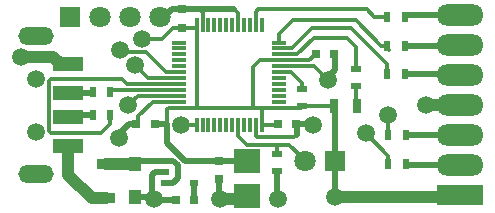
<source format=gtl>
G04*
G04 #@! TF.GenerationSoftware,Altium Limited,Altium Designer,22.3.1 (43)*
G04*
G04 Layer_Physical_Order=1*
G04 Layer_Color=255*
%FSLAX42Y42*%
%MOMM*%
G71*
G04*
G04 #@! TF.SameCoordinates,AC6673A2-E20F-4C1F-95A1-B2BFFBCC7199*
G04*
G04*
G04 #@! TF.FilePolarity,Positive*
G04*
G01*
G75*
%ADD10R,0.80X0.60*%
%ADD11R,1.20X0.30*%
%ADD12R,0.30X1.20*%
%ADD13R,0.60X0.90*%
%ADD14R,0.90X0.60*%
%ADD15R,1.60X0.90*%
%ADD16R,0.70X1.30*%
%ADD17R,1.00X1.20*%
%ADD18R,0.80X0.80*%
%ADD19R,0.80X0.80*%
%ADD20R,2.20X2.00*%
%ADD21R,2.50X1.25*%
%ADD22R,4.00X1.80*%
%ADD23O,4.00X1.80*%
%ADD24C,0.50*%
%ADD25C,1.00*%
%ADD26C,0.30*%
%ADD27R,1.80X1.80*%
%ADD28C,1.80*%
%ADD29C,1.50*%
%ADD30O,3.00X1.50*%
D10*
X1370Y430D02*
D03*
Y240D02*
D03*
X1620Y430D02*
D03*
Y240D02*
D03*
X1370Y335D02*
D03*
D11*
X2340Y880D02*
D03*
Y930D02*
D03*
Y980D02*
D03*
Y1030D02*
D03*
Y1080D02*
D03*
Y1130D02*
D03*
Y1180D02*
D03*
Y1230D02*
D03*
Y1280D02*
D03*
Y1330D02*
D03*
Y1380D02*
D03*
Y1430D02*
D03*
X1490D02*
D03*
Y1380D02*
D03*
Y1330D02*
D03*
Y1280D02*
D03*
Y1230D02*
D03*
Y1180D02*
D03*
Y1130D02*
D03*
Y1080D02*
D03*
Y1030D02*
D03*
Y980D02*
D03*
Y930D02*
D03*
Y880D02*
D03*
D12*
X2190Y1580D02*
D03*
X2140D02*
D03*
X2090D02*
D03*
X2040D02*
D03*
X1990D02*
D03*
X1940D02*
D03*
X1890D02*
D03*
X1840D02*
D03*
X1790D02*
D03*
X1740D02*
D03*
X1690D02*
D03*
X1640D02*
D03*
Y730D02*
D03*
X1690D02*
D03*
X1740D02*
D03*
X1790D02*
D03*
X1840D02*
D03*
X1890D02*
D03*
X1940D02*
D03*
X1990D02*
D03*
X2040D02*
D03*
X2090D02*
D03*
X2140D02*
D03*
X2190D02*
D03*
D13*
X910Y1010D02*
D03*
X760D02*
D03*
X910Y820D02*
D03*
X760D02*
D03*
X3260Y650D02*
D03*
X3410D02*
D03*
X3260Y400D02*
D03*
X3410D02*
D03*
X3250Y1650D02*
D03*
X3400D02*
D03*
X3250Y1400D02*
D03*
X3400D02*
D03*
X3250Y1160D02*
D03*
X3400D02*
D03*
D14*
X2990Y1210D02*
D03*
Y1060D02*
D03*
X2320Y340D02*
D03*
Y490D02*
D03*
X2530Y890D02*
D03*
Y1040D02*
D03*
D15*
X870Y110D02*
D03*
X870Y400D02*
D03*
D16*
X2805Y890D02*
D03*
X2995D02*
D03*
D17*
X1120Y400D02*
D03*
Y120D02*
D03*
D18*
X1620Y100D02*
D03*
X1465D02*
D03*
X1285Y740D02*
D03*
X1130D02*
D03*
X2650Y1330D02*
D03*
X2805D02*
D03*
X2330Y740D02*
D03*
X2485D02*
D03*
D19*
X1830Y430D02*
D03*
Y275D02*
D03*
X1520Y1555D02*
D03*
Y1710D02*
D03*
D20*
X2070Y430D02*
D03*
Y130D02*
D03*
D21*
X550Y550D02*
D03*
Y800D02*
D03*
Y1000D02*
D03*
Y1250D02*
D03*
D22*
X3870Y138D02*
D03*
D23*
Y392D02*
D03*
Y646D02*
D03*
Y900D02*
D03*
Y1154D02*
D03*
Y1408D02*
D03*
Y1662D02*
D03*
D24*
X3410Y1660D02*
X3870D01*
X3400Y1400D02*
X3870D01*
X3400Y1160D02*
X3870D01*
X2810Y1197D02*
Y1330D01*
X3410Y650D02*
X3870D01*
X3420Y390D02*
X3870D01*
X570Y820D02*
X760D01*
X550Y800D02*
X570Y820D01*
X1276Y106D02*
X1282Y100D01*
X1465D01*
X1830Y115D02*
X1840Y105D01*
X1830Y115D02*
Y275D01*
X2750Y1110D02*
Y1137D01*
X2810Y1197D01*
X1370Y240D02*
X1440D01*
X1480Y280D01*
Y390D01*
X2490Y650D02*
Y735D01*
X2810Y430D02*
Y885D01*
Y120D02*
Y430D01*
X2485Y740D02*
X2620D01*
X1390Y580D02*
X1540Y430D01*
X1390Y580D02*
Y740D01*
X1540Y430D02*
X1620D01*
X1830D01*
X1285Y740D02*
X1390D01*
X986Y656D02*
X1070Y740D01*
X986Y625D02*
Y656D01*
X1678Y1712D02*
X1958D01*
X1429Y1710D02*
X1520D01*
X1328Y1650D02*
X1369D01*
X1429Y1710D01*
X1520D02*
X1613D01*
X1615Y1712D01*
X1678D01*
X1690Y1700D01*
X2485Y740D02*
X2490Y735D01*
X2045Y105D02*
X2058Y117D01*
X2320Y150D02*
Y340D01*
X1260Y120D02*
Y310D01*
X1120Y120D02*
X1260D01*
X1285Y335D02*
X1370D01*
X1260Y310D02*
X1285Y335D01*
X1070Y740D02*
X1130D01*
X1120Y430D02*
X1370D01*
X1440D01*
X1480Y390D01*
X1830Y430D02*
X2070D01*
X1620Y100D02*
Y240D01*
X550Y1000D02*
X750D01*
D25*
X3580Y900D02*
X3870D01*
X2058Y117D02*
X2070D01*
X2810Y120D02*
X3868D01*
X488Y1250D02*
X550D01*
X150Y1310D02*
X428D01*
X488Y1250D01*
X750Y110D02*
X870D01*
X550Y310D02*
X750Y110D01*
X870Y400D02*
X1120D01*
X1845Y105D02*
X2045D01*
X550Y310D02*
Y550D01*
D26*
X1147Y757D02*
Y807D01*
X1130Y740D02*
X1147Y757D01*
Y807D02*
X1270Y930D01*
X1490D01*
X910Y1010D02*
X930Y1030D01*
X1490D01*
X1210Y1350D02*
X1380Y1180D01*
X1060Y930D02*
X1072Y942D01*
X1120Y1240D02*
X1230Y1130D01*
X1060Y900D02*
X1140Y980D01*
X1380Y1180D02*
X1490D01*
X1230Y1130D02*
X1490D01*
X1140Y980D02*
X1490D01*
X1010Y1120D02*
X1050Y1080D01*
X1490D01*
X1060Y900D02*
Y922D01*
X1010Y1350D02*
X1210D01*
X1060Y922D02*
X1060Y930D01*
X2445Y1380D02*
X2615Y1550D01*
X2950D02*
X3250Y1250D01*
X2615Y1550D02*
X2950D01*
X2910Y1470D02*
X2990Y1390D01*
X2630Y1470D02*
X2910D01*
X2490Y1330D02*
X2630Y1470D01*
X390Y680D02*
Y1102D01*
Y680D02*
X410Y660D01*
X830D01*
X408Y1120D02*
X1010D01*
X390Y1102D02*
X408Y1120D01*
X1520Y1555D02*
X1525Y1550D01*
X1640D02*
Y1580D01*
Y880D02*
Y1550D01*
X1525D02*
X1640D01*
X1442Y1555D02*
X1520D01*
X2140Y1580D02*
Y1692D01*
X3080Y1710D02*
X3140Y1650D01*
X2140Y1692D02*
X2158Y1710D01*
X3080D01*
X3140Y1650D02*
X3250D01*
X2340Y1330D02*
X2490D01*
X2630Y1320D02*
Y1330D01*
X1390Y740D02*
Y868D01*
X2340Y1230D02*
X2630D01*
X2750Y1110D01*
X3250Y1160D02*
Y1250D01*
X2140Y640D02*
X2152Y628D01*
X2065Y565D02*
X2315D01*
X1990Y640D02*
X2065Y565D01*
X2315D02*
X2425D01*
X2550Y440D01*
X2152Y628D02*
X2468D01*
X2490Y650D01*
X2140Y640D02*
Y730D01*
X2315Y565D02*
X2320Y560D01*
X1990Y640D02*
Y730D01*
X2532Y1040D02*
Y1088D01*
X2990Y1210D02*
Y1390D01*
X2460Y1620D02*
X2987D01*
X3202Y1405D01*
X2340Y1500D02*
X2460Y1620D01*
X2340Y1430D02*
Y1500D01*
Y1380D02*
X2445D01*
X1490Y880D02*
X1640D01*
X2805Y890D02*
X2810Y885D01*
X3070Y660D02*
X3260Y470D01*
Y400D02*
Y470D01*
X3260Y650D02*
Y820D01*
X1390Y868D02*
X1402Y880D01*
X1490D01*
X1390Y740D02*
X1390Y740D01*
X990Y1370D02*
X1010Y1350D01*
X1180Y1462D02*
X1349D01*
X1442Y1555D01*
X3410Y400D02*
X3420Y390D01*
X3889Y1157D02*
X3890Y1158D01*
X3400Y1650D02*
X3410Y1660D01*
X3202Y1405D02*
X3245D01*
X3250Y1400D01*
Y1385D02*
X3270Y1365D01*
X2990Y895D02*
X2995Y890D01*
X2990Y895D02*
Y1060D01*
X2530Y890D02*
X2805D01*
X2805Y890D01*
X2590Y1280D02*
X2630Y1320D01*
X2340Y1280D02*
X2590D01*
X2440Y1180D02*
X2532Y1088D01*
X2340Y1180D02*
X2440D01*
X1958Y1712D02*
X1990Y1680D01*
Y1580D02*
Y1680D01*
X2520Y880D02*
X2530Y890D01*
X2340Y880D02*
X2520D01*
X1690Y1580D02*
Y1700D01*
X750Y1000D02*
X770Y1020D01*
X910Y740D02*
Y804D01*
X830Y660D02*
X910Y740D01*
X1510Y730D02*
X1640D01*
X1510Y730D02*
X1510Y730D01*
X2320D02*
X2330Y740D01*
X2190Y730D02*
X2320D01*
X2180Y880D02*
X2340D01*
X2120D02*
X2180D01*
X2190Y730D02*
Y870D01*
X2180Y880D02*
X2190Y870D01*
X2320Y490D02*
Y560D01*
X2550Y420D02*
Y440D01*
X1640Y880D02*
X2120D01*
Y1220D01*
X2180Y1280D01*
X2340D01*
D27*
X2810Y430D02*
D03*
X566Y1650D02*
D03*
D28*
X2556Y430D02*
D03*
X820Y1650D02*
D03*
X1074D02*
D03*
X1328D02*
D03*
D29*
X280Y675D02*
D03*
Y1125D02*
D03*
X3580Y900D02*
D03*
X1060D02*
D03*
X2750Y1110D02*
D03*
X2810Y120D02*
D03*
X150Y1310D02*
D03*
X3070Y660D02*
D03*
X3260Y820D02*
D03*
X2626Y736D02*
D03*
X1180Y1462D02*
D03*
X1120Y1240D02*
D03*
X990Y1370D02*
D03*
X986Y625D02*
D03*
X2326Y106D02*
D03*
X1840Y105D02*
D03*
X1276Y106D02*
D03*
X1510Y730D02*
D03*
D30*
X280Y315D02*
D03*
Y1485D02*
D03*
M02*

</source>
